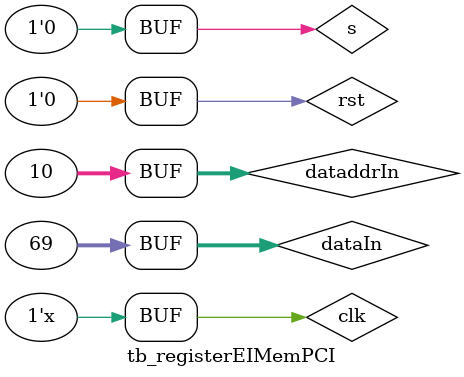
<source format=v>
module tb_registerEIMemPCI();
reg s;
reg clk;
reg rst;
reg [31:0] dataIn;
reg [31:0] dataddrIn;
wire E;
wire[31:0] pcOut;
wire[31:0] IOut;
wire[31:0] mOut;

registerEIMemPCI uut0 (.clk(clk), .rst(rst), .s(s), .dataddrIn(dataddrIn), .dataIn(dataIn), .pcOut(pcOut), .IOut(IOut), .mOut(mOut), .E(E));

always begin clk = ~clk; #10; end

initial begin 
clk = 0;
rst = 0;
dataddrIn = 32'b0;
dataIn = 32'b0;
#10
rst = 1;
#10
rst = 0;
#10
s = 1;
dataIn = 69;
dataddrIn = 10;
#10
s = 0;
end 


endmodule 
</source>
